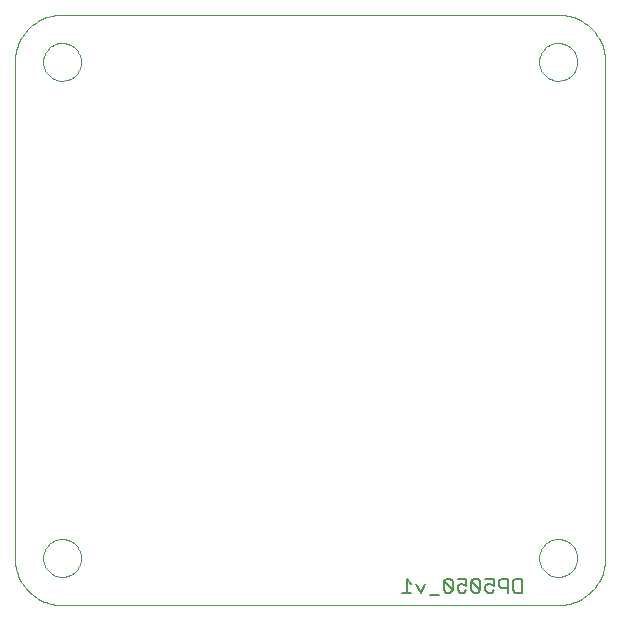
<source format=gbo>
G75*
%MOIN*%
%OFA0B0*%
%FSLAX24Y24*%
%IPPOS*%
%LPD*%
%AMOC8*
5,1,8,0,0,1.08239X$1,22.5*
%
%ADD10C,0.0000*%
%ADD11C,0.0060*%
D10*
X005612Y004990D02*
X005612Y021526D01*
X006557Y021526D02*
X006559Y021576D01*
X006565Y021626D01*
X006575Y021675D01*
X006589Y021723D01*
X006606Y021770D01*
X006627Y021815D01*
X006652Y021859D01*
X006680Y021900D01*
X006712Y021939D01*
X006746Y021976D01*
X006783Y022010D01*
X006823Y022040D01*
X006865Y022067D01*
X006909Y022091D01*
X006955Y022112D01*
X007002Y022128D01*
X007050Y022141D01*
X007100Y022150D01*
X007149Y022155D01*
X007200Y022156D01*
X007250Y022153D01*
X007299Y022146D01*
X007348Y022135D01*
X007396Y022120D01*
X007442Y022102D01*
X007487Y022080D01*
X007530Y022054D01*
X007571Y022025D01*
X007610Y021993D01*
X007646Y021958D01*
X007678Y021920D01*
X007708Y021880D01*
X007735Y021837D01*
X007758Y021793D01*
X007777Y021747D01*
X007793Y021699D01*
X007805Y021650D01*
X007813Y021601D01*
X007817Y021551D01*
X007817Y021501D01*
X007813Y021451D01*
X007805Y021402D01*
X007793Y021353D01*
X007777Y021305D01*
X007758Y021259D01*
X007735Y021215D01*
X007708Y021172D01*
X007678Y021132D01*
X007646Y021094D01*
X007610Y021059D01*
X007571Y021027D01*
X007530Y020998D01*
X007487Y020972D01*
X007442Y020950D01*
X007396Y020932D01*
X007348Y020917D01*
X007299Y020906D01*
X007250Y020899D01*
X007200Y020896D01*
X007149Y020897D01*
X007100Y020902D01*
X007050Y020911D01*
X007002Y020924D01*
X006955Y020940D01*
X006909Y020961D01*
X006865Y020985D01*
X006823Y021012D01*
X006783Y021042D01*
X006746Y021076D01*
X006712Y021113D01*
X006680Y021152D01*
X006652Y021193D01*
X006627Y021237D01*
X006606Y021282D01*
X006589Y021329D01*
X006575Y021377D01*
X006565Y021426D01*
X006559Y021476D01*
X006557Y021526D01*
X005612Y021526D02*
X005614Y021603D01*
X005620Y021680D01*
X005629Y021757D01*
X005642Y021833D01*
X005659Y021909D01*
X005680Y021983D01*
X005704Y022057D01*
X005732Y022129D01*
X005763Y022199D01*
X005798Y022268D01*
X005836Y022336D01*
X005877Y022401D01*
X005922Y022464D01*
X005970Y022525D01*
X006020Y022584D01*
X006073Y022640D01*
X006129Y022693D01*
X006188Y022743D01*
X006249Y022791D01*
X006312Y022836D01*
X006377Y022877D01*
X006445Y022915D01*
X006514Y022950D01*
X006584Y022981D01*
X006656Y023009D01*
X006730Y023033D01*
X006804Y023054D01*
X006880Y023071D01*
X006956Y023084D01*
X007033Y023093D01*
X007110Y023099D01*
X007187Y023101D01*
X023722Y023101D01*
X023092Y021526D02*
X023094Y021576D01*
X023100Y021626D01*
X023110Y021675D01*
X023124Y021723D01*
X023141Y021770D01*
X023162Y021815D01*
X023187Y021859D01*
X023215Y021900D01*
X023247Y021939D01*
X023281Y021976D01*
X023318Y022010D01*
X023358Y022040D01*
X023400Y022067D01*
X023444Y022091D01*
X023490Y022112D01*
X023537Y022128D01*
X023585Y022141D01*
X023635Y022150D01*
X023684Y022155D01*
X023735Y022156D01*
X023785Y022153D01*
X023834Y022146D01*
X023883Y022135D01*
X023931Y022120D01*
X023977Y022102D01*
X024022Y022080D01*
X024065Y022054D01*
X024106Y022025D01*
X024145Y021993D01*
X024181Y021958D01*
X024213Y021920D01*
X024243Y021880D01*
X024270Y021837D01*
X024293Y021793D01*
X024312Y021747D01*
X024328Y021699D01*
X024340Y021650D01*
X024348Y021601D01*
X024352Y021551D01*
X024352Y021501D01*
X024348Y021451D01*
X024340Y021402D01*
X024328Y021353D01*
X024312Y021305D01*
X024293Y021259D01*
X024270Y021215D01*
X024243Y021172D01*
X024213Y021132D01*
X024181Y021094D01*
X024145Y021059D01*
X024106Y021027D01*
X024065Y020998D01*
X024022Y020972D01*
X023977Y020950D01*
X023931Y020932D01*
X023883Y020917D01*
X023834Y020906D01*
X023785Y020899D01*
X023735Y020896D01*
X023684Y020897D01*
X023635Y020902D01*
X023585Y020911D01*
X023537Y020924D01*
X023490Y020940D01*
X023444Y020961D01*
X023400Y020985D01*
X023358Y021012D01*
X023318Y021042D01*
X023281Y021076D01*
X023247Y021113D01*
X023215Y021152D01*
X023187Y021193D01*
X023162Y021237D01*
X023141Y021282D01*
X023124Y021329D01*
X023110Y021377D01*
X023100Y021426D01*
X023094Y021476D01*
X023092Y021526D01*
X023722Y023101D02*
X023799Y023099D01*
X023876Y023093D01*
X023953Y023084D01*
X024029Y023071D01*
X024105Y023054D01*
X024179Y023033D01*
X024253Y023009D01*
X024325Y022981D01*
X024395Y022950D01*
X024464Y022915D01*
X024532Y022877D01*
X024597Y022836D01*
X024660Y022791D01*
X024721Y022743D01*
X024780Y022693D01*
X024836Y022640D01*
X024889Y022584D01*
X024939Y022525D01*
X024987Y022464D01*
X025032Y022401D01*
X025073Y022336D01*
X025111Y022268D01*
X025146Y022199D01*
X025177Y022129D01*
X025205Y022057D01*
X025229Y021983D01*
X025250Y021909D01*
X025267Y021833D01*
X025280Y021757D01*
X025289Y021680D01*
X025295Y021603D01*
X025297Y021526D01*
X025297Y004990D01*
X023092Y004990D02*
X023094Y005040D01*
X023100Y005090D01*
X023110Y005139D01*
X023124Y005187D01*
X023141Y005234D01*
X023162Y005279D01*
X023187Y005323D01*
X023215Y005364D01*
X023247Y005403D01*
X023281Y005440D01*
X023318Y005474D01*
X023358Y005504D01*
X023400Y005531D01*
X023444Y005555D01*
X023490Y005576D01*
X023537Y005592D01*
X023585Y005605D01*
X023635Y005614D01*
X023684Y005619D01*
X023735Y005620D01*
X023785Y005617D01*
X023834Y005610D01*
X023883Y005599D01*
X023931Y005584D01*
X023977Y005566D01*
X024022Y005544D01*
X024065Y005518D01*
X024106Y005489D01*
X024145Y005457D01*
X024181Y005422D01*
X024213Y005384D01*
X024243Y005344D01*
X024270Y005301D01*
X024293Y005257D01*
X024312Y005211D01*
X024328Y005163D01*
X024340Y005114D01*
X024348Y005065D01*
X024352Y005015D01*
X024352Y004965D01*
X024348Y004915D01*
X024340Y004866D01*
X024328Y004817D01*
X024312Y004769D01*
X024293Y004723D01*
X024270Y004679D01*
X024243Y004636D01*
X024213Y004596D01*
X024181Y004558D01*
X024145Y004523D01*
X024106Y004491D01*
X024065Y004462D01*
X024022Y004436D01*
X023977Y004414D01*
X023931Y004396D01*
X023883Y004381D01*
X023834Y004370D01*
X023785Y004363D01*
X023735Y004360D01*
X023684Y004361D01*
X023635Y004366D01*
X023585Y004375D01*
X023537Y004388D01*
X023490Y004404D01*
X023444Y004425D01*
X023400Y004449D01*
X023358Y004476D01*
X023318Y004506D01*
X023281Y004540D01*
X023247Y004577D01*
X023215Y004616D01*
X023187Y004657D01*
X023162Y004701D01*
X023141Y004746D01*
X023124Y004793D01*
X023110Y004841D01*
X023100Y004890D01*
X023094Y004940D01*
X023092Y004990D01*
X023722Y003415D02*
X023799Y003417D01*
X023876Y003423D01*
X023953Y003432D01*
X024029Y003445D01*
X024105Y003462D01*
X024179Y003483D01*
X024253Y003507D01*
X024325Y003535D01*
X024395Y003566D01*
X024464Y003601D01*
X024532Y003639D01*
X024597Y003680D01*
X024660Y003725D01*
X024721Y003773D01*
X024780Y003823D01*
X024836Y003876D01*
X024889Y003932D01*
X024939Y003991D01*
X024987Y004052D01*
X025032Y004115D01*
X025073Y004180D01*
X025111Y004248D01*
X025146Y004317D01*
X025177Y004387D01*
X025205Y004459D01*
X025229Y004533D01*
X025250Y004607D01*
X025267Y004683D01*
X025280Y004759D01*
X025289Y004836D01*
X025295Y004913D01*
X025297Y004990D01*
X023722Y003416D02*
X007187Y003416D01*
X006557Y004990D02*
X006559Y005040D01*
X006565Y005090D01*
X006575Y005139D01*
X006589Y005187D01*
X006606Y005234D01*
X006627Y005279D01*
X006652Y005323D01*
X006680Y005364D01*
X006712Y005403D01*
X006746Y005440D01*
X006783Y005474D01*
X006823Y005504D01*
X006865Y005531D01*
X006909Y005555D01*
X006955Y005576D01*
X007002Y005592D01*
X007050Y005605D01*
X007100Y005614D01*
X007149Y005619D01*
X007200Y005620D01*
X007250Y005617D01*
X007299Y005610D01*
X007348Y005599D01*
X007396Y005584D01*
X007442Y005566D01*
X007487Y005544D01*
X007530Y005518D01*
X007571Y005489D01*
X007610Y005457D01*
X007646Y005422D01*
X007678Y005384D01*
X007708Y005344D01*
X007735Y005301D01*
X007758Y005257D01*
X007777Y005211D01*
X007793Y005163D01*
X007805Y005114D01*
X007813Y005065D01*
X007817Y005015D01*
X007817Y004965D01*
X007813Y004915D01*
X007805Y004866D01*
X007793Y004817D01*
X007777Y004769D01*
X007758Y004723D01*
X007735Y004679D01*
X007708Y004636D01*
X007678Y004596D01*
X007646Y004558D01*
X007610Y004523D01*
X007571Y004491D01*
X007530Y004462D01*
X007487Y004436D01*
X007442Y004414D01*
X007396Y004396D01*
X007348Y004381D01*
X007299Y004370D01*
X007250Y004363D01*
X007200Y004360D01*
X007149Y004361D01*
X007100Y004366D01*
X007050Y004375D01*
X007002Y004388D01*
X006955Y004404D01*
X006909Y004425D01*
X006865Y004449D01*
X006823Y004476D01*
X006783Y004506D01*
X006746Y004540D01*
X006712Y004577D01*
X006680Y004616D01*
X006652Y004657D01*
X006627Y004701D01*
X006606Y004746D01*
X006589Y004793D01*
X006575Y004841D01*
X006565Y004890D01*
X006559Y004940D01*
X006557Y004990D01*
X005612Y004990D02*
X005614Y004913D01*
X005620Y004836D01*
X005629Y004759D01*
X005642Y004683D01*
X005659Y004607D01*
X005680Y004533D01*
X005704Y004459D01*
X005732Y004387D01*
X005763Y004317D01*
X005798Y004248D01*
X005836Y004180D01*
X005877Y004115D01*
X005922Y004052D01*
X005970Y003991D01*
X006020Y003932D01*
X006073Y003876D01*
X006129Y003823D01*
X006188Y003773D01*
X006249Y003725D01*
X006312Y003680D01*
X006377Y003639D01*
X006445Y003601D01*
X006514Y003566D01*
X006584Y003535D01*
X006656Y003507D01*
X006730Y003483D01*
X006804Y003462D01*
X006880Y003445D01*
X006956Y003432D01*
X007033Y003423D01*
X007110Y003417D01*
X007187Y003415D01*
D11*
X018534Y003839D02*
X018828Y003839D01*
X018681Y003839D02*
X018681Y004280D01*
X018828Y004133D01*
X018995Y004133D02*
X019141Y003839D01*
X019288Y004133D01*
X019455Y003766D02*
X019749Y003766D01*
X019915Y003913D02*
X019989Y003839D01*
X020136Y003839D01*
X020209Y003913D01*
X019915Y004206D01*
X019915Y003913D01*
X019915Y004206D02*
X019989Y004280D01*
X020136Y004280D01*
X020209Y004206D01*
X020209Y003913D01*
X020376Y003913D02*
X020449Y003839D01*
X020596Y003839D01*
X020669Y003913D01*
X020669Y004060D02*
X020523Y004133D01*
X020449Y004133D01*
X020376Y004060D01*
X020376Y003913D01*
X020669Y004060D02*
X020669Y004280D01*
X020376Y004280D01*
X020836Y004206D02*
X020836Y003913D01*
X020910Y003839D01*
X021056Y003839D01*
X021130Y003913D01*
X020836Y004206D01*
X020910Y004280D01*
X021056Y004280D01*
X021130Y004206D01*
X021130Y003913D01*
X021297Y003913D02*
X021370Y003839D01*
X021517Y003839D01*
X021590Y003913D01*
X021590Y004060D02*
X021443Y004133D01*
X021370Y004133D01*
X021297Y004060D01*
X021297Y003913D01*
X021590Y004060D02*
X021590Y004280D01*
X021297Y004280D01*
X021757Y004206D02*
X021757Y004060D01*
X021830Y003986D01*
X022051Y003986D01*
X022051Y003839D02*
X022051Y004280D01*
X021830Y004280D01*
X021757Y004206D01*
X022217Y004206D02*
X022217Y003913D01*
X022291Y003839D01*
X022511Y003839D01*
X022511Y004280D01*
X022291Y004280D01*
X022217Y004206D01*
M02*

</source>
